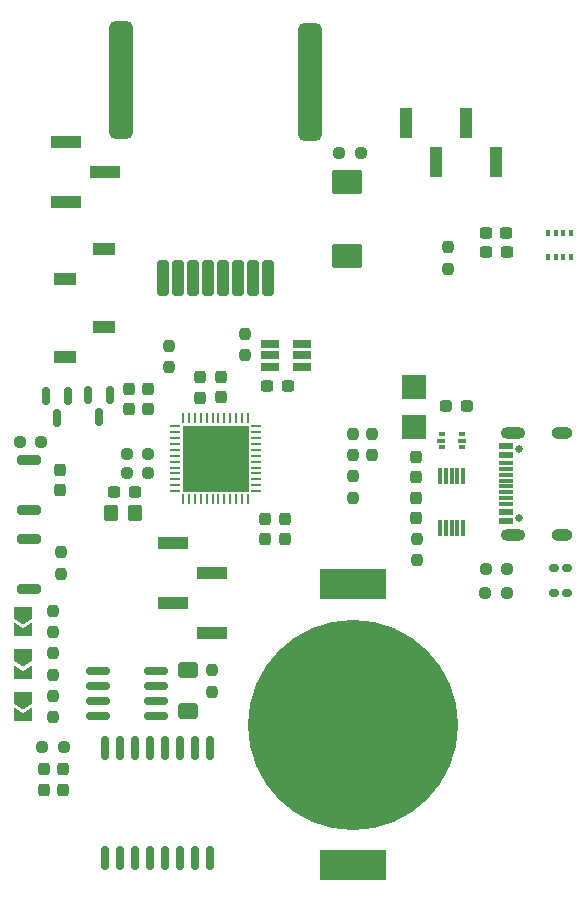
<source format=gbr>
%TF.GenerationSoftware,KiCad,Pcbnew,7.0.2*%
%TF.CreationDate,2024-06-10T16:57:37+03:00*%
%TF.ProjectId,STM32_NRF24L01_Sleep_mode,53544d33-325f-44e5-9246-32344c30315f,rev?*%
%TF.SameCoordinates,Original*%
%TF.FileFunction,Soldermask,Bot*%
%TF.FilePolarity,Negative*%
%FSLAX46Y46*%
G04 Gerber Fmt 4.6, Leading zero omitted, Abs format (unit mm)*
G04 Created by KiCad (PCBNEW 7.0.2) date 2024-06-10 16:57:37*
%MOMM*%
%LPD*%
G01*
G04 APERTURE LIST*
G04 Aperture macros list*
%AMRoundRect*
0 Rectangle with rounded corners*
0 $1 Rounding radius*
0 $2 $3 $4 $5 $6 $7 $8 $9 X,Y pos of 4 corners*
0 Add a 4 corners polygon primitive as box body*
4,1,4,$2,$3,$4,$5,$6,$7,$8,$9,$2,$3,0*
0 Add four circle primitives for the rounded corners*
1,1,$1+$1,$2,$3*
1,1,$1+$1,$4,$5*
1,1,$1+$1,$6,$7*
1,1,$1+$1,$8,$9*
0 Add four rect primitives between the rounded corners*
20,1,$1+$1,$2,$3,$4,$5,0*
20,1,$1+$1,$4,$5,$6,$7,0*
20,1,$1+$1,$6,$7,$8,$9,0*
20,1,$1+$1,$8,$9,$2,$3,0*%
%AMFreePoly0*
4,1,6,1.000000,0.000000,0.500000,-0.750000,-0.500000,-0.750000,-0.500000,0.750000,0.500000,0.750000,1.000000,0.000000,1.000000,0.000000,$1*%
%AMFreePoly1*
4,1,6,0.500000,-0.750000,-0.650000,-0.750000,-0.150000,0.000000,-0.650000,0.750000,0.500000,0.750000,0.500000,-0.750000,0.500000,-0.750000,$1*%
G04 Aperture macros list end*
%ADD10RoundRect,0.237500X-0.237500X0.250000X-0.237500X-0.250000X0.237500X-0.250000X0.237500X0.250000X0*%
%ADD11R,1.560000X0.650000*%
%ADD12RoundRect,0.237500X-0.300000X-0.237500X0.300000X-0.237500X0.300000X0.237500X-0.300000X0.237500X0*%
%ADD13RoundRect,0.250000X-1.025000X0.787500X-1.025000X-0.787500X1.025000X-0.787500X1.025000X0.787500X0*%
%ADD14R,1.900000X1.000000*%
%ADD15R,2.510000X1.000000*%
%ADD16R,1.000000X2.510000*%
%ADD17RoundRect,0.250000X0.600000X-0.400000X0.600000X0.400000X-0.600000X0.400000X-0.600000X-0.400000X0*%
%ADD18R,5.560000X2.600000*%
%ADD19C,17.800000*%
%ADD20RoundRect,0.237500X0.237500X-0.250000X0.237500X0.250000X-0.237500X0.250000X-0.237500X-0.250000X0*%
%ADD21R,2.000000X2.000000*%
%ADD22RoundRect,0.237500X0.250000X0.237500X-0.250000X0.237500X-0.250000X-0.237500X0.250000X-0.237500X0*%
%ADD23RoundRect,0.237500X-0.250000X-0.237500X0.250000X-0.237500X0.250000X0.237500X-0.250000X0.237500X0*%
%ADD24R,0.500000X0.375000*%
%ADD25R,0.650000X0.300000*%
%ADD26R,0.300000X1.400000*%
%ADD27RoundRect,0.150000X-0.150000X0.587500X-0.150000X-0.587500X0.150000X-0.587500X0.150000X0.587500X0*%
%ADD28C,0.650000*%
%ADD29R,1.240000X0.600000*%
%ADD30R,1.240000X0.300000*%
%ADD31O,1.800000X1.000000*%
%ADD32O,2.100000X1.000000*%
%ADD33RoundRect,0.237500X-0.287500X-0.237500X0.287500X-0.237500X0.287500X0.237500X-0.287500X0.237500X0*%
%ADD34RoundRect,0.160000X-0.222500X-0.160000X0.222500X-0.160000X0.222500X0.160000X-0.222500X0.160000X0*%
%ADD35RoundRect,0.237500X-0.237500X0.300000X-0.237500X-0.300000X0.237500X-0.300000X0.237500X0.300000X0*%
%ADD36RoundRect,0.237500X0.237500X-0.300000X0.237500X0.300000X-0.237500X0.300000X-0.237500X-0.300000X0*%
%ADD37RoundRect,0.250000X-0.350000X-0.450000X0.350000X-0.450000X0.350000X0.450000X-0.350000X0.450000X0*%
%ADD38RoundRect,0.150000X0.150000X-0.875000X0.150000X0.875000X-0.150000X0.875000X-0.150000X-0.875000X0*%
%ADD39FreePoly0,270.000000*%
%ADD40FreePoly1,270.000000*%
%ADD41RoundRect,0.062500X-0.062500X0.375000X-0.062500X-0.375000X0.062500X-0.375000X0.062500X0.375000X0*%
%ADD42RoundRect,0.062500X-0.375000X0.062500X-0.375000X-0.062500X0.375000X-0.062500X0.375000X0.062500X0*%
%ADD43R,5.600000X5.600000*%
%ADD44RoundRect,0.200000X-0.800000X0.200000X-0.800000X-0.200000X0.800000X-0.200000X0.800000X0.200000X0*%
%ADD45RoundRect,0.250000X0.250000X-1.250000X0.250000X1.250000X-0.250000X1.250000X-0.250000X-1.250000X0*%
%ADD46RoundRect,0.500000X0.500000X-4.500000X0.500000X4.500000X-0.500000X4.500000X-0.500000X-4.500000X0*%
%ADD47R,0.350000X0.500000*%
%ADD48RoundRect,0.150000X-0.825000X-0.150000X0.825000X-0.150000X0.825000X0.150000X-0.825000X0.150000X0*%
G04 APERTURE END LIST*
D10*
%TO.C,JP10*%
X-156850000Y-63325000D03*
X-156850000Y-65150000D03*
%TD*%
D11*
%TO.C,U2*%
X-145550000Y-63200000D03*
X-145550000Y-64150000D03*
X-145550000Y-65100000D03*
X-148250000Y-65100000D03*
X-148250000Y-64150000D03*
X-148250000Y-63200000D03*
%TD*%
D12*
%TO.C,C10*%
X-148500000Y-66700000D03*
X-146775000Y-66700000D03*
%TD*%
D13*
%TO.C,C15*%
X-141800000Y-49487500D03*
X-141800000Y-55712500D03*
%TD*%
D10*
%TO.C,JP9*%
X-135875000Y-81500000D03*
X-135875000Y-79675000D03*
%TD*%
D14*
%TO.C,J3*%
X-162350000Y-61730000D03*
X-165650000Y-64270000D03*
%TD*%
%TO.C,J2*%
X-162350000Y-55130000D03*
X-165650000Y-57670000D03*
%TD*%
D15*
%TO.C,J1*%
X-156510000Y-80060000D03*
X-153200000Y-82600000D03*
X-156510000Y-85140000D03*
X-153200000Y-87680000D03*
%TD*%
%TO.C,JP13*%
X-165600000Y-51200000D03*
X-162290000Y-48660000D03*
X-165600000Y-46120000D03*
%TD*%
D16*
%TO.C,J6*%
X-129120000Y-47800000D03*
X-131660000Y-44490000D03*
X-134200000Y-47800000D03*
X-136740000Y-44490000D03*
%TD*%
D17*
%TO.C,D2*%
X-155200000Y-90800000D03*
X-155200000Y-94300000D03*
%TD*%
D18*
%TO.C,BT2*%
X-141250000Y-107310000D03*
X-141250000Y-83500000D03*
D19*
X-141250000Y-95405000D03*
%TD*%
D20*
%TO.C,JP8*%
X-139650000Y-72600000D03*
X-139650000Y-70775000D03*
%TD*%
D21*
%TO.C,TP2*%
X-136055000Y-66860000D03*
%TD*%
%TO.C,TP1*%
X-136116000Y-70184000D03*
%TD*%
D20*
%TO.C,JP1*%
X-150400000Y-64125000D03*
X-150400000Y-62300000D03*
%TD*%
D22*
%TO.C,JP7*%
X-167565000Y-97325000D03*
X-165740000Y-97325000D03*
%TD*%
D23*
%TO.C,JP3*%
X-142425000Y-47000000D03*
X-140600000Y-47000000D03*
%TD*%
D10*
%TO.C,JP2*%
X-133200000Y-54975000D03*
X-133200000Y-56800000D03*
%TD*%
D22*
%TO.C,R16*%
X-130050000Y-84250000D03*
X-128225000Y-84250000D03*
%TD*%
%TO.C,R15*%
X-130025000Y-82250000D03*
X-128200000Y-82250000D03*
%TD*%
D10*
%TO.C,R14*%
X-141239000Y-72610000D03*
X-141239000Y-70785000D03*
%TD*%
%TO.C,R13*%
X-141221000Y-74375000D03*
X-141221000Y-76200000D03*
%TD*%
D20*
%TO.C,R11*%
X-153200000Y-90800000D03*
X-153200000Y-92625000D03*
%TD*%
D10*
%TO.C,R9*%
X-166700000Y-92950000D03*
X-166700000Y-94775000D03*
%TD*%
%TO.C,R7*%
X-166000000Y-82625000D03*
X-166000000Y-80800000D03*
%TD*%
D22*
%TO.C,R6*%
X-167650000Y-71500000D03*
X-169475000Y-71500000D03*
%TD*%
D23*
%TO.C,R5*%
X-160425000Y-72500000D03*
X-158600000Y-72500000D03*
%TD*%
%TO.C,R4*%
X-160425000Y-74100000D03*
X-158600000Y-74100000D03*
%TD*%
D10*
%TO.C,R2*%
X-166675000Y-91175000D03*
X-166675000Y-89350000D03*
%TD*%
%TO.C,R1*%
X-166675000Y-85750000D03*
X-166675000Y-87575000D03*
%TD*%
D24*
%TO.C,U8*%
X-132066000Y-70846500D03*
D25*
X-131991000Y-71384000D03*
D24*
X-132066000Y-71921500D03*
X-133766000Y-71921500D03*
D25*
X-133841000Y-71384000D03*
D24*
X-133766000Y-70846500D03*
%TD*%
D26*
%TO.C,U7*%
X-133916000Y-74384000D03*
X-133416000Y-74384000D03*
X-132916000Y-74384000D03*
X-132416000Y-74384000D03*
X-131916000Y-74384000D03*
X-131916000Y-78784000D03*
X-132416000Y-78784000D03*
X-132916000Y-78784000D03*
X-133416000Y-78784000D03*
X-133916000Y-78784000D03*
%TD*%
D27*
%TO.C,Q3*%
X-167250000Y-67550000D03*
X-165350000Y-67550000D03*
X-166300000Y-69425000D03*
%TD*%
D28*
%TO.C,P2*%
X-127205000Y-72110000D03*
X-127205000Y-77890000D03*
D29*
X-128325000Y-71800000D03*
X-128325000Y-72600000D03*
D30*
X-128325000Y-73750000D03*
X-128325000Y-74750000D03*
X-128325000Y-75250000D03*
X-128325000Y-76250000D03*
D29*
X-128325000Y-77400000D03*
X-128325000Y-78200000D03*
X-128325000Y-78200000D03*
X-128325000Y-77400000D03*
D30*
X-128325000Y-76750000D03*
X-128325000Y-75750000D03*
X-128325000Y-74250000D03*
X-128325000Y-73250000D03*
D29*
X-128325000Y-72600000D03*
X-128325000Y-71800000D03*
D31*
X-123525000Y-70680000D03*
D32*
X-127725000Y-70680000D03*
X-127725000Y-79320000D03*
D31*
X-123525000Y-79320000D03*
%TD*%
D33*
%TO.C,F1*%
X-131600000Y-68400000D03*
X-133350000Y-68400000D03*
%TD*%
D34*
%TO.C,D5*%
X-123105000Y-84250000D03*
X-124250000Y-84250000D03*
%TD*%
%TO.C,D4*%
X-123105000Y-82125000D03*
X-124250000Y-82125000D03*
%TD*%
D35*
%TO.C,C19*%
X-135916000Y-72725000D03*
X-135916000Y-74450000D03*
%TD*%
D36*
%TO.C,C18*%
X-135916000Y-77909000D03*
X-135916000Y-76184000D03*
%TD*%
D12*
%TO.C,C6*%
X-161475000Y-75750000D03*
X-159750000Y-75750000D03*
%TD*%
D37*
%TO.C,C14*%
X-161750000Y-77500000D03*
X-159750000Y-77500000D03*
%TD*%
D12*
%TO.C,C1*%
X-128237000Y-55424000D03*
X-129962000Y-55424000D03*
%TD*%
D27*
%TO.C,U4*%
X-163700000Y-67525000D03*
X-161800000Y-67525000D03*
X-162750000Y-69400000D03*
%TD*%
D38*
%TO.C,U5*%
X-153330000Y-97400000D03*
X-154600000Y-97400000D03*
X-155870000Y-97400000D03*
X-157140000Y-97400000D03*
X-158410000Y-97400000D03*
X-159680000Y-97400000D03*
X-160950000Y-97400000D03*
X-162220000Y-97400000D03*
X-162220000Y-106700000D03*
X-160950000Y-106700000D03*
X-159680000Y-106700000D03*
X-158410000Y-106700000D03*
X-157140000Y-106700000D03*
X-155870000Y-106700000D03*
X-154600000Y-106700000D03*
X-153330000Y-106700000D03*
%TD*%
D39*
%TO.C,JP6*%
X-169200000Y-85950000D03*
D40*
X-169200000Y-87400000D03*
%TD*%
D35*
%TO.C,C4*%
X-147000000Y-78000000D03*
X-147000000Y-79725000D03*
%TD*%
D41*
%TO.C,U1*%
X-155650000Y-69462500D03*
X-155150000Y-69462500D03*
X-154650000Y-69462500D03*
X-154150000Y-69462500D03*
X-153650000Y-69462500D03*
X-153150000Y-69462500D03*
X-152650000Y-69462500D03*
X-152150000Y-69462500D03*
X-151650000Y-69462500D03*
X-151150000Y-69462500D03*
X-150650000Y-69462500D03*
X-150150000Y-69462500D03*
D42*
X-149462500Y-70150000D03*
X-149462500Y-70650000D03*
X-149462500Y-71150000D03*
X-149462500Y-71650000D03*
X-149462500Y-72150000D03*
X-149462500Y-72650000D03*
X-149462500Y-73150000D03*
X-149462500Y-73650000D03*
X-149462500Y-74150000D03*
X-149462500Y-74650000D03*
X-149462500Y-75150000D03*
X-149462500Y-75650000D03*
D41*
X-150150000Y-76337500D03*
X-150650000Y-76337500D03*
X-151150000Y-76337500D03*
X-151650000Y-76337500D03*
X-152150000Y-76337500D03*
X-152650000Y-76337500D03*
X-153150000Y-76337500D03*
X-153650000Y-76337500D03*
X-154150000Y-76337500D03*
X-154650000Y-76337500D03*
X-155150000Y-76337500D03*
X-155650000Y-76337500D03*
D42*
X-156337500Y-75650000D03*
X-156337500Y-75150000D03*
X-156337500Y-74650000D03*
X-156337500Y-74150000D03*
X-156337500Y-73650000D03*
X-156337500Y-73150000D03*
X-156337500Y-72650000D03*
X-156337500Y-72150000D03*
X-156337500Y-71650000D03*
X-156337500Y-71150000D03*
X-156337500Y-70650000D03*
X-156337500Y-70150000D03*
D43*
X-152900000Y-72900000D03*
%TD*%
D39*
%TO.C,JP4*%
X-169200000Y-93150000D03*
D40*
X-169200000Y-94600000D03*
%TD*%
D35*
%TO.C,C12*%
X-165800000Y-99200000D03*
X-165800000Y-100925000D03*
%TD*%
D12*
%TO.C,C2*%
X-130000000Y-53750000D03*
X-128275000Y-53750000D03*
%TD*%
D35*
%TO.C,C9*%
X-160250000Y-67000000D03*
X-160250000Y-68725000D03*
%TD*%
%TO.C,C13*%
X-152454000Y-65977000D03*
X-152454000Y-67702000D03*
%TD*%
%TO.C,C5*%
X-167400000Y-99200000D03*
X-167400000Y-100925000D03*
%TD*%
D44*
%TO.C,SW2*%
X-168680000Y-83926000D03*
X-168680000Y-79726000D03*
%TD*%
D35*
%TO.C,C7*%
X-148750000Y-78000000D03*
X-148750000Y-79725000D03*
%TD*%
D40*
%TO.C,JP5*%
X-169200000Y-91000000D03*
D39*
X-169200000Y-89550000D03*
%TD*%
D35*
%TO.C,C16*%
X-154200000Y-66000000D03*
X-154200000Y-67725000D03*
%TD*%
D44*
%TO.C,SW1*%
X-168675000Y-73000000D03*
X-168675000Y-77200000D03*
%TD*%
D35*
%TO.C,C3*%
X-166025000Y-73825000D03*
X-166025000Y-75550000D03*
%TD*%
D45*
%TO.C,J4*%
X-148428000Y-57600000D03*
X-149698000Y-57600000D03*
X-150968000Y-57600000D03*
X-152238000Y-57600000D03*
X-153508000Y-57600000D03*
X-154778000Y-57600000D03*
X-156048000Y-57600000D03*
X-157318000Y-57600000D03*
D46*
X-144872000Y-40963000D03*
X-160874000Y-40836000D03*
%TD*%
D35*
%TO.C,C8*%
X-158600000Y-67000000D03*
X-158600000Y-68725000D03*
%TD*%
D47*
%TO.C,U3*%
X-122800000Y-53750000D03*
X-123450000Y-53750000D03*
X-124100000Y-53750000D03*
X-124750000Y-53750000D03*
X-124750000Y-55800000D03*
X-124100000Y-55800000D03*
X-123450000Y-55800000D03*
X-122800000Y-55800000D03*
%TD*%
D48*
%TO.C,U6*%
X-162875000Y-94705000D03*
X-162875000Y-93435000D03*
X-162875000Y-92165000D03*
X-162875000Y-90895000D03*
X-157925000Y-90895000D03*
X-157925000Y-92165000D03*
X-157925000Y-93435000D03*
X-157925000Y-94705000D03*
%TD*%
M02*

</source>
